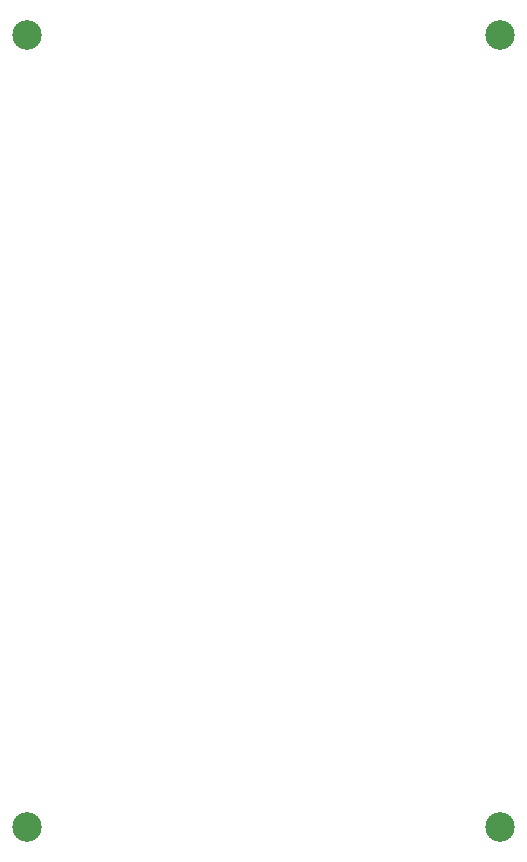
<source format=gbr>
%TF.GenerationSoftware,KiCad,Pcbnew,7.0.8*%
%TF.CreationDate,2025-03-27T12:51:54-03:00*%
%TF.ProjectId,on_off_module_x1,6f6e5f6f-6666-45f6-9d6f-64756c655f78,2.0*%
%TF.SameCoordinates,Original*%
%TF.FileFunction,NonPlated,1,2,NPTH,Drill*%
%TF.FilePolarity,Positive*%
%FSLAX46Y46*%
G04 Gerber Fmt 4.6, Leading zero omitted, Abs format (unit mm)*
G04 Created by KiCad (PCBNEW 7.0.8) date 2025-03-27 12:51:54*
%MOMM*%
%LPD*%
G01*
G04 APERTURE LIST*
%TA.AperFunction,ComponentDrill*%
%ADD10C,2.500000*%
%TD*%
G04 APERTURE END LIST*
D10*
%TO.C,REF\u002A\u002A*%
X128533000Y-68035001D03*
X128533000Y-135035001D03*
X168533000Y-68035001D03*
X168533000Y-135035001D03*
M02*

</source>
